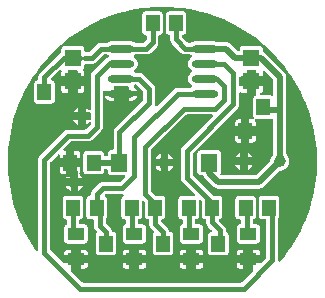
<source format=gtl>
G04 Layer: TopLayer*
G04 EasyEDA v6.5.34, 2023-09-24 11:42:33*
G04 85920c42d4f548bdae791b01a5babccf,ed70181f279245e6aff80281ee7dc86a,10*
G04 Gerber Generator version 0.2*
G04 Scale: 100 percent, Rotated: No, Reflected: No *
G04 Dimensions in millimeters *
G04 leading zeros omitted , absolute positions ,4 integer and 5 decimal *
%FSLAX45Y45*%
%MOMM*%

%AMMACRO1*21,1,$1,$2,0,0,$3*%
%ADD10C,0.4000*%
%ADD11C,0.5000*%
%ADD12MACRO1,1.377X1.1325X90.0000*%
%ADD13O,2.2500082X0.6299962*%
%ADD14MACRO1,1.35X1.41X0.0000*%
%ADD15R,1.3500X1.4100*%
%ADD16R,1.3970X1.0160*%
%ADD17R,1.4000X1.5000*%
%ADD18C,1.0000*%
%ADD19C,0.0143*%

%LPD*%
G36*
X4330446Y3974795D02*
G01*
X4326534Y3975557D01*
X4323232Y3977792D01*
X4226509Y4074566D01*
X4224375Y4077665D01*
X4223512Y4081322D01*
X4224070Y4085082D01*
X4225950Y4088333D01*
X4225950Y4141419D01*
X4163771Y4141419D01*
X4159910Y4142232D01*
X4156608Y4144416D01*
X4053992Y4247032D01*
X4051757Y4250334D01*
X4050995Y4254246D01*
X4050995Y4991354D01*
X4051757Y4995265D01*
X4053992Y4998567D01*
X4113529Y5058105D01*
X4116832Y5060289D01*
X4120692Y5061051D01*
X4124604Y5060289D01*
X4127906Y5058105D01*
X4130090Y5054803D01*
X4130852Y5050891D01*
X4130852Y5031892D01*
X4183329Y5031892D01*
X4183329Y5090464D01*
X4170426Y5090464D01*
X4166514Y5091226D01*
X4163212Y5093411D01*
X4161028Y5096713D01*
X4160265Y5100624D01*
X4161028Y5104485D01*
X4163212Y5107787D01*
X4221632Y5166207D01*
X4224934Y5168442D01*
X4228846Y5169204D01*
X4368596Y5169204D01*
X4373219Y5169408D01*
X4377588Y5169966D01*
X4381855Y5170932D01*
X4386072Y5172252D01*
X4390136Y5173929D01*
X4394047Y5175961D01*
X4397756Y5178348D01*
X4401261Y5181041D01*
X4404664Y5184140D01*
X4480560Y5260035D01*
X4483658Y5263438D01*
X4486351Y5266944D01*
X4488738Y5270652D01*
X4490770Y5274564D01*
X4492447Y5278628D01*
X4493768Y5282844D01*
X4494733Y5287111D01*
X4495292Y5291480D01*
X4495495Y5296103D01*
X4495495Y5542686D01*
X4496460Y5547055D01*
X4499203Y5550560D01*
X4503166Y5552541D01*
X4507636Y5552643D01*
X4511700Y5550865D01*
X4514596Y5547512D01*
X4517898Y5541416D01*
X4524197Y5533339D01*
X4531715Y5526379D01*
X4540300Y5520791D01*
X4549698Y5516676D01*
X4559604Y5514187D01*
X4570222Y5513273D01*
X4588205Y5513273D01*
X4588205Y5553202D01*
X4505655Y5553202D01*
X4501794Y5553964D01*
X4498492Y5556199D01*
X4496257Y5559450D01*
X4495495Y5563362D01*
X4495495Y5587238D01*
X4496257Y5591149D01*
X4498492Y5594400D01*
X4501794Y5596636D01*
X4505655Y5597398D01*
X4588205Y5597398D01*
X4588205Y5630113D01*
X4588967Y5634024D01*
X4591151Y5637326D01*
X4594453Y5639511D01*
X4598365Y5640273D01*
X4703216Y5640273D01*
X4707128Y5639511D01*
X4710430Y5637326D01*
X4712614Y5634024D01*
X4713376Y5630113D01*
X4713376Y5597398D01*
X4789525Y5597398D01*
X4788560Y5600192D01*
X4783683Y5609183D01*
X4777384Y5617260D01*
X4769866Y5624220D01*
X4760569Y5630367D01*
X4757724Y5633161D01*
X4756200Y5636869D01*
X4756200Y5640832D01*
X4757724Y5644540D01*
X4760569Y5647334D01*
X4764887Y5650128D01*
X4767529Y5651347D01*
X4770424Y5651804D01*
X4775454Y5651804D01*
X4779365Y5651042D01*
X4782667Y5648807D01*
X4836007Y5595467D01*
X4838242Y5592165D01*
X4839004Y5588254D01*
X4839004Y5524246D01*
X4838242Y5520334D01*
X4836007Y5517032D01*
X4600956Y5281980D01*
X4597857Y5278577D01*
X4595164Y5275072D01*
X4592777Y5271363D01*
X4590745Y5267452D01*
X4589068Y5263388D01*
X4587748Y5259171D01*
X4586782Y5254904D01*
X4586224Y5250535D01*
X4586020Y5245912D01*
X4586020Y5106771D01*
X4585258Y5102860D01*
X4583023Y5099558D01*
X4579721Y5097373D01*
X4575860Y5096611D01*
X4567021Y5096611D01*
X4560570Y5095951D01*
X4554829Y5094224D01*
X4549597Y5091430D01*
X4544974Y5087620D01*
X4541164Y5082997D01*
X4538370Y5077764D01*
X4536643Y5072024D01*
X4535982Y5065572D01*
X4535982Y5056784D01*
X4535220Y5052872D01*
X4533036Y5049570D01*
X4529734Y5047386D01*
X4525822Y5046624D01*
X4515307Y5046624D01*
X4511395Y5047386D01*
X4508093Y5049570D01*
X4505909Y5052872D01*
X4505147Y5056784D01*
X4505147Y5059426D01*
X4504486Y5065877D01*
X4502759Y5071618D01*
X4499965Y5076850D01*
X4496155Y5081473D01*
X4491532Y5085283D01*
X4486300Y5088077D01*
X4480560Y5089804D01*
X4474108Y5090464D01*
X4361891Y5090464D01*
X4355439Y5089804D01*
X4349699Y5088077D01*
X4344466Y5085283D01*
X4339844Y5081473D01*
X4336034Y5076850D01*
X4333240Y5071618D01*
X4331512Y5065877D01*
X4330852Y5059426D01*
X4330852Y4922723D01*
X4331512Y4916322D01*
X4333240Y4910582D01*
X4336034Y4905349D01*
X4339844Y4900726D01*
X4344466Y4896916D01*
X4349699Y4894122D01*
X4355439Y4892395D01*
X4361891Y4891735D01*
X4474108Y4891735D01*
X4480560Y4892395D01*
X4486300Y4894122D01*
X4491532Y4896916D01*
X4496155Y4900726D01*
X4499965Y4905349D01*
X4502759Y4910582D01*
X4504486Y4916322D01*
X4505147Y4922723D01*
X4505147Y4925415D01*
X4505909Y4929327D01*
X4508093Y4932629D01*
X4511395Y4934813D01*
X4515307Y4935575D01*
X4525822Y4935575D01*
X4529734Y4934813D01*
X4533036Y4932629D01*
X4535220Y4929327D01*
X4535982Y4925415D01*
X4535982Y4916576D01*
X4536643Y4910175D01*
X4538370Y4904435D01*
X4541164Y4899152D01*
X4544974Y4894580D01*
X4549597Y4890770D01*
X4554829Y4887976D01*
X4560570Y4886198D01*
X4567021Y4885588D01*
X4675327Y4885588D01*
X4679238Y4884826D01*
X4682490Y4882591D01*
X4684725Y4879340D01*
X4685487Y4875428D01*
X4684725Y4871516D01*
X4682490Y4868265D01*
X4642967Y4828692D01*
X4639665Y4826457D01*
X4635754Y4825695D01*
X4496003Y4825695D01*
X4491380Y4825492D01*
X4487011Y4824933D01*
X4482744Y4823968D01*
X4478528Y4822647D01*
X4474464Y4820970D01*
X4470552Y4818938D01*
X4466844Y4816551D01*
X4463338Y4813858D01*
X4459935Y4810760D01*
X4407916Y4758740D01*
X4404817Y4755337D01*
X4402124Y4751832D01*
X4399737Y4748123D01*
X4397705Y4744212D01*
X4396028Y4740148D01*
X4394708Y4735931D01*
X4393742Y4731664D01*
X4393184Y4727346D01*
X4392980Y4718964D01*
X4392218Y4715408D01*
X4390237Y4712309D01*
X4387342Y4710125D01*
X4383786Y4709109D01*
X4380839Y4708804D01*
X4375099Y4707077D01*
X4369866Y4704283D01*
X4365244Y4700473D01*
X4361434Y4695850D01*
X4358640Y4690618D01*
X4356912Y4684877D01*
X4356252Y4678426D01*
X4356252Y4541723D01*
X4356912Y4535322D01*
X4358640Y4529582D01*
X4361434Y4524349D01*
X4365244Y4519726D01*
X4369866Y4515916D01*
X4375099Y4513122D01*
X4380839Y4511395D01*
X4387291Y4510735D01*
X4409744Y4510735D01*
X4413605Y4509973D01*
X4416907Y4507788D01*
X4419142Y4504486D01*
X4419904Y4500575D01*
X4419904Y4457903D01*
X4420108Y4453280D01*
X4420666Y4448911D01*
X4421632Y4444644D01*
X4422952Y4440428D01*
X4424629Y4436364D01*
X4426661Y4432452D01*
X4429048Y4428744D01*
X4431741Y4425238D01*
X4434840Y4421835D01*
X4444949Y4411726D01*
X4447286Y4408170D01*
X4447946Y4404004D01*
X4446879Y4399940D01*
X4444238Y4396689D01*
X4443018Y4395673D01*
X4439259Y4391050D01*
X4436414Y4385818D01*
X4434687Y4380077D01*
X4434078Y4373626D01*
X4434078Y4236923D01*
X4434687Y4230522D01*
X4436414Y4224782D01*
X4439259Y4219549D01*
X4443018Y4214926D01*
X4447641Y4211116D01*
X4452924Y4208322D01*
X4458614Y4206595D01*
X4465066Y4205935D01*
X4577334Y4205935D01*
X4583785Y4206595D01*
X4589475Y4208322D01*
X4594758Y4211116D01*
X4599381Y4214926D01*
X4603140Y4219549D01*
X4605985Y4224782D01*
X4607712Y4230522D01*
X4608322Y4236923D01*
X4608322Y4373626D01*
X4607712Y4380077D01*
X4605985Y4385818D01*
X4603140Y4391050D01*
X4599381Y4395673D01*
X4594758Y4399483D01*
X4589475Y4402277D01*
X4583785Y4404004D01*
X4580229Y4404360D01*
X4576876Y4405325D01*
X4574032Y4407306D01*
X4572050Y4410151D01*
X4571136Y4413504D01*
X4569968Y4419955D01*
X4568647Y4424172D01*
X4566970Y4428236D01*
X4564938Y4432147D01*
X4562551Y4435856D01*
X4559858Y4439361D01*
X4556760Y4442764D01*
X4523892Y4475632D01*
X4521657Y4478934D01*
X4520895Y4482846D01*
X4520895Y4515256D01*
X4521504Y4518710D01*
X4523232Y4521708D01*
X4525365Y4524349D01*
X4528159Y4529582D01*
X4529886Y4535322D01*
X4530547Y4541723D01*
X4530547Y4678426D01*
X4529886Y4684877D01*
X4528159Y4690618D01*
X4525365Y4695850D01*
X4521555Y4700473D01*
X4516932Y4704283D01*
X4512665Y4707382D01*
X4510786Y4710633D01*
X4510227Y4714392D01*
X4511040Y4718050D01*
X4513732Y4721707D01*
X4517034Y4723942D01*
X4520946Y4724704D01*
X4662525Y4724755D01*
X4666335Y4724196D01*
X4669688Y4722215D01*
X4672076Y4719116D01*
X4673092Y4715357D01*
X4672634Y4711496D01*
X4670755Y4708093D01*
X4667758Y4705654D01*
X4665167Y4704283D01*
X4660544Y4700473D01*
X4656734Y4695850D01*
X4653940Y4690618D01*
X4652213Y4684877D01*
X4651552Y4678426D01*
X4651552Y4541723D01*
X4652213Y4535322D01*
X4653940Y4529582D01*
X4656734Y4524349D01*
X4660544Y4519726D01*
X4665167Y4515916D01*
X4670399Y4513122D01*
X4676140Y4511395D01*
X4679035Y4511090D01*
X4682591Y4510074D01*
X4685538Y4507788D01*
X4687519Y4504639D01*
X4688179Y4500981D01*
X4688179Y4475226D01*
X4687316Y4471009D01*
X4684776Y4467606D01*
X4675733Y4462678D01*
X4671161Y4458868D01*
X4667351Y4454296D01*
X4664557Y4449013D01*
X4662779Y4443272D01*
X4662170Y4436872D01*
X4662170Y4336237D01*
X4662779Y4329836D01*
X4664557Y4324096D01*
X4667351Y4318812D01*
X4671161Y4314240D01*
X4675733Y4310430D01*
X4681016Y4307636D01*
X4686757Y4305858D01*
X4693158Y4305249D01*
X4831892Y4305249D01*
X4838293Y4305858D01*
X4844034Y4307636D01*
X4849317Y4310430D01*
X4853889Y4314240D01*
X4857699Y4318812D01*
X4860493Y4324096D01*
X4862271Y4329836D01*
X4862880Y4336237D01*
X4862880Y4436872D01*
X4862271Y4443272D01*
X4860493Y4449013D01*
X4857699Y4454296D01*
X4853889Y4458868D01*
X4849317Y4462678D01*
X4844034Y4465472D01*
X4838293Y4467250D01*
X4831892Y4467860D01*
X4799380Y4467860D01*
X4795469Y4468622D01*
X4792167Y4470857D01*
X4789982Y4474159D01*
X4789220Y4478020D01*
X4789220Y4500981D01*
X4789881Y4504639D01*
X4791862Y4507788D01*
X4794808Y4510074D01*
X4798364Y4511090D01*
X4801260Y4511395D01*
X4807000Y4513122D01*
X4812233Y4515916D01*
X4816856Y4519726D01*
X4820666Y4524349D01*
X4823460Y4529582D01*
X4825187Y4535322D01*
X4825847Y4541723D01*
X4825847Y4653991D01*
X4826609Y4657902D01*
X4828794Y4661204D01*
X4832096Y4663389D01*
X4836007Y4664151D01*
X4839868Y4663389D01*
X4843170Y4661204D01*
X4848606Y4655769D01*
X4850790Y4652467D01*
X4851552Y4648606D01*
X4851552Y4541723D01*
X4852212Y4535322D01*
X4853940Y4529582D01*
X4856734Y4524349D01*
X4860544Y4519726D01*
X4865166Y4515916D01*
X4870399Y4513122D01*
X4876139Y4511395D01*
X4879086Y4511090D01*
X4882692Y4510024D01*
X4885639Y4507788D01*
X4887569Y4504639D01*
X4888280Y4500981D01*
X4888280Y4472127D01*
X4888484Y4467504D01*
X4889042Y4463135D01*
X4890008Y4458868D01*
X4891328Y4454652D01*
X4893005Y4450588D01*
X4895037Y4446676D01*
X4897424Y4442968D01*
X4900117Y4439462D01*
X4903216Y4436059D01*
X4927549Y4411726D01*
X4929886Y4408170D01*
X4930546Y4404004D01*
X4929479Y4399940D01*
X4926838Y4396689D01*
X4925618Y4395673D01*
X4921859Y4391050D01*
X4919014Y4385818D01*
X4917287Y4380077D01*
X4916678Y4373626D01*
X4916678Y4236923D01*
X4917287Y4230522D01*
X4919014Y4224782D01*
X4921859Y4219549D01*
X4925618Y4214926D01*
X4930241Y4211116D01*
X4935524Y4208322D01*
X4941214Y4206595D01*
X4947666Y4205935D01*
X5059934Y4205935D01*
X5066385Y4206595D01*
X5072075Y4208322D01*
X5077358Y4211116D01*
X5081981Y4214926D01*
X5085740Y4219549D01*
X5088585Y4224782D01*
X5090312Y4230522D01*
X5090922Y4236923D01*
X5090922Y4373626D01*
X5090312Y4380077D01*
X5088585Y4385818D01*
X5085740Y4391050D01*
X5081981Y4395673D01*
X5077358Y4399483D01*
X5072075Y4402277D01*
X5066385Y4404004D01*
X5062829Y4404360D01*
X5059476Y4405325D01*
X5056632Y4407306D01*
X5054650Y4410151D01*
X5053736Y4413504D01*
X5052568Y4419955D01*
X5051247Y4424172D01*
X5049570Y4428236D01*
X5047538Y4432147D01*
X5045151Y4435856D01*
X5042458Y4439361D01*
X5039360Y4442764D01*
X4992268Y4489856D01*
X4990033Y4493158D01*
X4989271Y4497070D01*
X4989271Y4500981D01*
X4989982Y4504639D01*
X4991912Y4507788D01*
X4994859Y4510074D01*
X4998466Y4511090D01*
X5001260Y4511395D01*
X5007000Y4513122D01*
X5012232Y4515916D01*
X5016855Y4519726D01*
X5020665Y4524349D01*
X5023459Y4529582D01*
X5025186Y4535322D01*
X5025847Y4541723D01*
X5025847Y4678426D01*
X5025186Y4684877D01*
X5023459Y4690618D01*
X5020665Y4695850D01*
X5016855Y4700473D01*
X5012232Y4704283D01*
X5007000Y4707077D01*
X5001260Y4708804D01*
X4994808Y4709464D01*
X4941976Y4709464D01*
X4938115Y4710226D01*
X4934813Y4712411D01*
X4904892Y4742332D01*
X4902657Y4745634D01*
X4901895Y4749546D01*
X4901895Y5097526D01*
X4902708Y5101437D01*
X4904943Y5104790D01*
X5199329Y5394858D01*
X5202631Y5397042D01*
X5206492Y5397804D01*
X5416143Y5397804D01*
X5420004Y5397042D01*
X5423306Y5394807D01*
X5425541Y5391505D01*
X5426303Y5387644D01*
X5425541Y5383733D01*
X5423306Y5380431D01*
X5171440Y5128564D01*
X5168341Y5125161D01*
X5165648Y5121656D01*
X5163261Y5117947D01*
X5161229Y5114036D01*
X5159552Y5109972D01*
X5158232Y5105755D01*
X5157266Y5101488D01*
X5156708Y5097119D01*
X5156504Y5092496D01*
X5156504Y4864303D01*
X5156708Y4859680D01*
X5157266Y4855311D01*
X5158232Y4851044D01*
X5159552Y4846828D01*
X5161229Y4842764D01*
X5163261Y4838852D01*
X5165648Y4835144D01*
X5168341Y4831638D01*
X5171440Y4828235D01*
X5272887Y4726787D01*
X5275072Y4723485D01*
X5275834Y4719624D01*
X5275072Y4715713D01*
X5272887Y4712411D01*
X5269585Y4710226D01*
X5265674Y4709464D01*
X5165191Y4709464D01*
X5158740Y4708804D01*
X5152999Y4707077D01*
X5147767Y4704283D01*
X5143144Y4700473D01*
X5139334Y4695850D01*
X5136540Y4690618D01*
X5134813Y4684877D01*
X5134152Y4678426D01*
X5134152Y4541723D01*
X5134813Y4535322D01*
X5136540Y4529582D01*
X5139334Y4524349D01*
X5143144Y4519726D01*
X5147767Y4515916D01*
X5152999Y4513122D01*
X5158740Y4511395D01*
X5161635Y4511090D01*
X5165191Y4510074D01*
X5168138Y4507788D01*
X5170119Y4504639D01*
X5170779Y4500981D01*
X5170779Y4475226D01*
X5169916Y4471009D01*
X5167376Y4467606D01*
X5158333Y4462678D01*
X5153761Y4458868D01*
X5149951Y4454296D01*
X5147157Y4449013D01*
X5145379Y4443272D01*
X5144770Y4436872D01*
X5144770Y4336237D01*
X5145379Y4329836D01*
X5147157Y4324096D01*
X5149951Y4318812D01*
X5153761Y4314240D01*
X5158333Y4310430D01*
X5163616Y4307636D01*
X5169357Y4305858D01*
X5175758Y4305249D01*
X5314492Y4305249D01*
X5320893Y4305858D01*
X5326634Y4307636D01*
X5331917Y4310430D01*
X5336489Y4314240D01*
X5340299Y4318812D01*
X5343093Y4324096D01*
X5344871Y4329836D01*
X5345480Y4336237D01*
X5345480Y4436872D01*
X5344871Y4443272D01*
X5343093Y4449013D01*
X5340299Y4454296D01*
X5336489Y4458868D01*
X5331917Y4462678D01*
X5326634Y4465472D01*
X5320893Y4467250D01*
X5314492Y4467860D01*
X5281980Y4467860D01*
X5278069Y4468622D01*
X5274767Y4470857D01*
X5272582Y4474159D01*
X5271820Y4478020D01*
X5271820Y4500981D01*
X5272481Y4504639D01*
X5274462Y4507788D01*
X5277408Y4510074D01*
X5280964Y4511090D01*
X5283860Y4511395D01*
X5289600Y4513122D01*
X5294833Y4515916D01*
X5299456Y4519726D01*
X5303266Y4524349D01*
X5306060Y4529582D01*
X5307787Y4535322D01*
X5308447Y4541723D01*
X5308447Y4666691D01*
X5309209Y4670602D01*
X5311394Y4673904D01*
X5314696Y4676089D01*
X5318607Y4676851D01*
X5322468Y4676089D01*
X5325770Y4673904D01*
X5331206Y4668469D01*
X5333390Y4665167D01*
X5334152Y4661306D01*
X5334152Y4541723D01*
X5334812Y4535322D01*
X5336540Y4529582D01*
X5339334Y4524349D01*
X5343144Y4519726D01*
X5347766Y4515916D01*
X5352999Y4513122D01*
X5358739Y4511395D01*
X5361686Y4511090D01*
X5365292Y4510024D01*
X5368239Y4507788D01*
X5370169Y4504639D01*
X5370880Y4500981D01*
X5370880Y4484827D01*
X5371084Y4480204D01*
X5371642Y4475835D01*
X5372608Y4471568D01*
X5373928Y4467352D01*
X5375605Y4463288D01*
X5377637Y4459376D01*
X5380024Y4455668D01*
X5382717Y4452162D01*
X5385816Y4448759D01*
X5414060Y4420514D01*
X5416296Y4417060D01*
X5417007Y4412945D01*
X5415991Y4408932D01*
X5413451Y4405630D01*
X5409793Y4403598D01*
X5405424Y4402277D01*
X5400141Y4399483D01*
X5395518Y4395673D01*
X5391759Y4391050D01*
X5388914Y4385818D01*
X5387187Y4380077D01*
X5386578Y4373626D01*
X5386578Y4236923D01*
X5387187Y4230522D01*
X5388914Y4224782D01*
X5391759Y4219549D01*
X5395518Y4214926D01*
X5400141Y4211116D01*
X5405424Y4208322D01*
X5411114Y4206595D01*
X5417566Y4205935D01*
X5529834Y4205935D01*
X5536285Y4206595D01*
X5541975Y4208322D01*
X5547258Y4211116D01*
X5551881Y4214926D01*
X5555640Y4219549D01*
X5558485Y4224782D01*
X5560212Y4230522D01*
X5560822Y4236923D01*
X5560822Y4373626D01*
X5560212Y4380077D01*
X5558485Y4385818D01*
X5555640Y4391050D01*
X5551881Y4395673D01*
X5547258Y4399483D01*
X5542280Y4402124D01*
X5539435Y4404410D01*
X5537555Y4407509D01*
X5536895Y4411116D01*
X5536895Y4419396D01*
X5536692Y4424019D01*
X5536133Y4428388D01*
X5535168Y4432655D01*
X5533847Y4436872D01*
X5532170Y4440936D01*
X5530138Y4444847D01*
X5527751Y4448556D01*
X5525058Y4452061D01*
X5521960Y4455464D01*
X5482183Y4495241D01*
X5479897Y4498746D01*
X5479237Y4502810D01*
X5480253Y4506874D01*
X5482793Y4510176D01*
X5486400Y4512157D01*
X5489600Y4513122D01*
X5494832Y4515916D01*
X5499455Y4519726D01*
X5503265Y4524349D01*
X5506059Y4529582D01*
X5507786Y4535322D01*
X5508447Y4541723D01*
X5508447Y4678426D01*
X5507786Y4684877D01*
X5506059Y4690618D01*
X5503265Y4695850D01*
X5499455Y4700473D01*
X5494832Y4704283D01*
X5489600Y4707077D01*
X5483860Y4708804D01*
X5477408Y4709464D01*
X5437276Y4709464D01*
X5433415Y4710226D01*
X5430113Y4712411D01*
X5260492Y4882032D01*
X5258257Y4885334D01*
X5257495Y4889246D01*
X5257495Y5067554D01*
X5258257Y5071465D01*
X5260492Y5074767D01*
X5636260Y5450535D01*
X5639358Y5453938D01*
X5642051Y5457444D01*
X5644438Y5461152D01*
X5646470Y5465064D01*
X5648147Y5469128D01*
X5649468Y5473344D01*
X5650433Y5477611D01*
X5650992Y5481980D01*
X5651195Y5486603D01*
X5651195Y5575503D01*
X5651906Y5579262D01*
X5653938Y5582462D01*
X5657037Y5584698D01*
X5660694Y5585663D01*
X5664454Y5585206D01*
X5668670Y5582666D01*
X5673953Y5579872D01*
X5679643Y5578144D01*
X5686094Y5577484D01*
X5713018Y5577484D01*
X5713018Y5636920D01*
X5661355Y5636920D01*
X5657494Y5637682D01*
X5654192Y5639866D01*
X5651957Y5643168D01*
X5651195Y5647080D01*
X5651195Y5709920D01*
X5651957Y5713831D01*
X5654192Y5717133D01*
X5657494Y5719318D01*
X5661355Y5720080D01*
X5713018Y5720080D01*
X5713018Y5767324D01*
X5713780Y5771235D01*
X5715965Y5774537D01*
X5719267Y5776722D01*
X5723178Y5777484D01*
X5783021Y5777484D01*
X5786932Y5776722D01*
X5790234Y5774537D01*
X5792419Y5771235D01*
X5793181Y5767324D01*
X5793181Y5720080D01*
X5851093Y5720080D01*
X5851093Y5748477D01*
X5850483Y5754928D01*
X5850890Y5759043D01*
X5852922Y5762650D01*
X5856224Y5765139D01*
X5860237Y5766104D01*
X5864301Y5765393D01*
X5867755Y5763107D01*
X5935929Y5694984D01*
X5938113Y5691682D01*
X5938875Y5687822D01*
X5938875Y5566460D01*
X5938062Y5562346D01*
X5935624Y5558993D01*
X5932068Y5556859D01*
X5927953Y5556300D01*
X5917285Y5559704D01*
X5910834Y5560364D01*
X5836361Y5560364D01*
X5831992Y5561330D01*
X5828487Y5564073D01*
X5826506Y5568035D01*
X5826353Y5572506D01*
X5828182Y5576570D01*
X5831535Y5579465D01*
X5837529Y5582666D01*
X5842152Y5586476D01*
X5845911Y5591098D01*
X5848756Y5596331D01*
X5850483Y5602071D01*
X5851093Y5608472D01*
X5851093Y5636920D01*
X5793181Y5636920D01*
X5793181Y5567578D01*
X5792520Y5563971D01*
X5790641Y5560822D01*
X5787694Y5558586D01*
X5781090Y5555132D01*
X5776518Y5551373D01*
X5772759Y5546750D01*
X5769914Y5541518D01*
X5768187Y5535777D01*
X5767578Y5529326D01*
X5767578Y5392623D01*
X5768187Y5386222D01*
X5769914Y5380482D01*
X5772759Y5375249D01*
X5774588Y5373014D01*
X5776468Y5369509D01*
X5776823Y5365546D01*
X5775706Y5361736D01*
X5773166Y5358688D01*
X5769660Y5356809D01*
X5765749Y5356453D01*
X5758434Y5357164D01*
X5736945Y5357164D01*
X5736945Y5298592D01*
X5789422Y5298592D01*
X5789422Y5326126D01*
X5788812Y5332577D01*
X5787085Y5338318D01*
X5784240Y5343550D01*
X5782411Y5345785D01*
X5780532Y5349290D01*
X5780176Y5353253D01*
X5781344Y5357063D01*
X5783834Y5360111D01*
X5787339Y5361990D01*
X5791250Y5362346D01*
X5798566Y5361635D01*
X5910834Y5361635D01*
X5917285Y5362295D01*
X5927953Y5365699D01*
X5932068Y5365140D01*
X5935624Y5363006D01*
X5938062Y5359654D01*
X5938875Y5355539D01*
X5938875Y5066233D01*
X5938062Y5062169D01*
X5935421Y5058562D01*
X5927902Y5049113D01*
X5921908Y5038699D01*
X5917488Y5027523D01*
X5914796Y5015788D01*
X5914034Y5005425D01*
X5913120Y5001920D01*
X5911088Y4998974D01*
X5796584Y4884470D01*
X5793282Y4882286D01*
X5789422Y4881524D01*
X5500878Y4881524D01*
X5497017Y4882286D01*
X5492546Y4885639D01*
X5490464Y4888687D01*
X5489600Y4892243D01*
X5490057Y4895900D01*
X5494629Y4904435D01*
X5496356Y4910175D01*
X5497017Y4916576D01*
X5497017Y5065572D01*
X5496356Y5072024D01*
X5494629Y5077764D01*
X5491835Y5082997D01*
X5488025Y5087620D01*
X5483402Y5091430D01*
X5478170Y5094224D01*
X5472430Y5095951D01*
X5465978Y5096611D01*
X5326989Y5096611D01*
X5320538Y5095951D01*
X5314848Y5094224D01*
X5309565Y5091430D01*
X5304942Y5087620D01*
X5301183Y5082997D01*
X5298338Y5077764D01*
X5296611Y5072024D01*
X5296001Y5065572D01*
X5296001Y4916576D01*
X5296611Y4910175D01*
X5298338Y4904435D01*
X5301183Y4899152D01*
X5304942Y4894580D01*
X5309565Y4890770D01*
X5314848Y4887976D01*
X5320538Y4886198D01*
X5326989Y4885588D01*
X5336997Y4885588D01*
X5340604Y4884928D01*
X5343753Y4882997D01*
X5345988Y4880102D01*
X5348427Y4875479D01*
X5351018Y4871364D01*
X5353964Y4867554D01*
X5357368Y4863795D01*
X5434279Y4786884D01*
X5438038Y4783480D01*
X5441848Y4780534D01*
X5445963Y4777943D01*
X5450230Y4775708D01*
X5454700Y4773828D01*
X5459323Y4772406D01*
X5464048Y4771339D01*
X5468874Y4770729D01*
X5473903Y4770475D01*
X5816396Y4770475D01*
X5821426Y4770729D01*
X5826252Y4771339D01*
X5830976Y4772406D01*
X5835599Y4773828D01*
X5840069Y4775708D01*
X5844336Y4777943D01*
X5848451Y4780534D01*
X5852261Y4783480D01*
X5856020Y4786884D01*
X5989675Y4920589D01*
X5992977Y4922774D01*
X5996838Y4923536D01*
X6000394Y4923536D01*
X6012332Y4925314D01*
X6023813Y4928870D01*
X6034633Y4934102D01*
X6044590Y4940858D01*
X6053378Y4949037D01*
X6060897Y4958486D01*
X6066891Y4968900D01*
X6071311Y4980076D01*
X6074003Y4991811D01*
X6074867Y5003800D01*
X6074003Y5015788D01*
X6071311Y5027523D01*
X6066891Y5038699D01*
X6060897Y5049113D01*
X6053175Y5058765D01*
X6050737Y5062169D01*
X6049924Y5066233D01*
X6049924Y5714796D01*
X6049670Y5719826D01*
X6049060Y5724652D01*
X6047994Y5729376D01*
X6046571Y5733999D01*
X6044692Y5738469D01*
X6042456Y5742736D01*
X6039866Y5746851D01*
X6036919Y5750661D01*
X6033516Y5754420D01*
X5870295Y5917590D01*
X5866587Y5920994D01*
X5862726Y5923940D01*
X5856986Y5927293D01*
X5853887Y5929528D01*
X5851804Y5932779D01*
X5851093Y5936538D01*
X5851093Y5948527D01*
X5850483Y5954928D01*
X5848756Y5960668D01*
X5845911Y5965901D01*
X5842152Y5970524D01*
X5837529Y5974334D01*
X5832246Y5977128D01*
X5826556Y5978855D01*
X5820105Y5979515D01*
X5686094Y5979515D01*
X5679643Y5978855D01*
X5673953Y5977128D01*
X5668670Y5974334D01*
X5664047Y5970524D01*
X5660288Y5965901D01*
X5657443Y5960668D01*
X5655716Y5954928D01*
X5655106Y5948527D01*
X5655106Y5944260D01*
X5654294Y5940348D01*
X5652109Y5937046D01*
X5648807Y5934862D01*
X5644946Y5934100D01*
X5642102Y5934100D01*
X5638241Y5934862D01*
X5634939Y5937046D01*
X5576620Y5995416D01*
X5572861Y5998819D01*
X5569051Y6001766D01*
X5564936Y6004356D01*
X5560669Y6006592D01*
X5556199Y6008471D01*
X5551576Y6009894D01*
X5546852Y6010960D01*
X5542026Y6011570D01*
X5536996Y6011824D01*
X5467146Y6011824D01*
X5463032Y6012688D01*
X5457901Y6014923D01*
X5447995Y6017412D01*
X5437378Y6018326D01*
X5276240Y6018326D01*
X5265623Y6017412D01*
X5255666Y6014923D01*
X5246319Y6010808D01*
X5242712Y6008471D01*
X5240070Y6007252D01*
X5237175Y6006795D01*
X5219446Y6006795D01*
X5215534Y6007557D01*
X5212232Y6009792D01*
X5169966Y6052058D01*
X5167782Y6055360D01*
X5167020Y6059220D01*
X5167020Y6063081D01*
X5167680Y6066739D01*
X5169662Y6069888D01*
X5172608Y6072174D01*
X5176164Y6073190D01*
X5179060Y6073495D01*
X5184800Y6075222D01*
X5190032Y6078016D01*
X5194655Y6081826D01*
X5198465Y6086449D01*
X5201259Y6091682D01*
X5202986Y6097422D01*
X5203647Y6103823D01*
X5203647Y6240526D01*
X5202986Y6246977D01*
X5201259Y6252718D01*
X5198465Y6257950D01*
X5194655Y6262573D01*
X5190032Y6266383D01*
X5184800Y6269177D01*
X5179060Y6270904D01*
X5172608Y6271564D01*
X5060391Y6271564D01*
X5053939Y6270904D01*
X5048199Y6269177D01*
X5042966Y6266383D01*
X5038344Y6262573D01*
X5034534Y6257950D01*
X5031740Y6252718D01*
X5030012Y6246977D01*
X5029352Y6240526D01*
X5029352Y6103823D01*
X5030012Y6097422D01*
X5031740Y6091682D01*
X5034534Y6086449D01*
X5038344Y6081826D01*
X5042966Y6078016D01*
X5048199Y6075222D01*
X5053939Y6073495D01*
X5056835Y6073190D01*
X5060391Y6072174D01*
X5063337Y6069888D01*
X5065318Y6066739D01*
X5065979Y6063081D01*
X5065979Y6034328D01*
X5066182Y6029706D01*
X5066792Y6025337D01*
X5067706Y6021019D01*
X5069027Y6016853D01*
X5070754Y6012738D01*
X5072786Y6008827D01*
X5075123Y6005118D01*
X5077815Y6001664D01*
X5080965Y5998210D01*
X5158435Y5920740D01*
X5161838Y5917641D01*
X5165344Y5914948D01*
X5169052Y5912561D01*
X5172964Y5910529D01*
X5177028Y5908852D01*
X5181244Y5907532D01*
X5185511Y5906566D01*
X5189880Y5906008D01*
X5194503Y5905804D01*
X5237175Y5905804D01*
X5240121Y5905347D01*
X5242814Y5904077D01*
X5247081Y5901232D01*
X5249926Y5898388D01*
X5251399Y5894730D01*
X5251399Y5890717D01*
X5249875Y5887059D01*
X5247030Y5884265D01*
X5237734Y5878220D01*
X5230215Y5871260D01*
X5223916Y5863183D01*
X5219039Y5854192D01*
X5215737Y5844489D01*
X5214061Y5834430D01*
X5214061Y5824169D01*
X5215737Y5814110D01*
X5219039Y5804408D01*
X5223916Y5795416D01*
X5230215Y5787339D01*
X5237734Y5780379D01*
X5247030Y5774232D01*
X5249875Y5771438D01*
X5251399Y5767730D01*
X5251399Y5763768D01*
X5249875Y5760059D01*
X5247030Y5757265D01*
X5237734Y5751220D01*
X5230215Y5744260D01*
X5223916Y5736183D01*
X5219039Y5727192D01*
X5215737Y5717489D01*
X5214061Y5707430D01*
X5214061Y5697169D01*
X5215737Y5687110D01*
X5219039Y5677408D01*
X5223916Y5668416D01*
X5230215Y5660339D01*
X5237734Y5653379D01*
X5247030Y5647232D01*
X5249875Y5644438D01*
X5251399Y5640730D01*
X5251399Y5636768D01*
X5249875Y5633059D01*
X5247030Y5630265D01*
X5242712Y5627471D01*
X5240070Y5626252D01*
X5237175Y5625795D01*
X5131003Y5625795D01*
X5126380Y5625592D01*
X5122011Y5625033D01*
X5117744Y5624068D01*
X5113528Y5622747D01*
X5109464Y5621070D01*
X5105552Y5619038D01*
X5101844Y5616651D01*
X5098338Y5613958D01*
X5094935Y5610860D01*
X4952593Y5468518D01*
X4949291Y5466334D01*
X4945430Y5465572D01*
X4941519Y5466334D01*
X4938217Y5468518D01*
X4936032Y5471820D01*
X4935270Y5475732D01*
X4936032Y5479592D01*
X4938268Y5486044D01*
X4939233Y5490311D01*
X4939792Y5494680D01*
X4939995Y5499303D01*
X4939995Y5613196D01*
X4939792Y5617819D01*
X4939233Y5622188D01*
X4938268Y5626455D01*
X4936947Y5630672D01*
X4935270Y5634736D01*
X4933238Y5638647D01*
X4930851Y5642356D01*
X4928158Y5645861D01*
X4925060Y5649264D01*
X4836464Y5737860D01*
X4833061Y5740958D01*
X4829556Y5743651D01*
X4825847Y5746038D01*
X4821936Y5748070D01*
X4817872Y5749747D01*
X4813655Y5751068D01*
X4809388Y5752033D01*
X4805019Y5752592D01*
X4800396Y5752795D01*
X4770424Y5752795D01*
X4767478Y5753252D01*
X4764786Y5754522D01*
X4760518Y5757367D01*
X4757674Y5760212D01*
X4756200Y5763869D01*
X4756200Y5767882D01*
X4757724Y5771540D01*
X4760569Y5774334D01*
X4769866Y5780379D01*
X4777384Y5787339D01*
X4783683Y5795416D01*
X4788560Y5804408D01*
X4791862Y5814110D01*
X4793538Y5824169D01*
X4793538Y5834430D01*
X4791862Y5844489D01*
X4788560Y5854192D01*
X4783683Y5863183D01*
X4777384Y5871260D01*
X4769866Y5878220D01*
X4760569Y5884367D01*
X4757724Y5887161D01*
X4756200Y5890869D01*
X4756200Y5894832D01*
X4757724Y5898540D01*
X4760569Y5901334D01*
X4764887Y5904128D01*
X4767529Y5905347D01*
X4770424Y5905804D01*
X4863896Y5905804D01*
X4868519Y5906008D01*
X4872888Y5906566D01*
X4877155Y5907532D01*
X4881372Y5908852D01*
X4885436Y5910529D01*
X4889347Y5912561D01*
X4893056Y5914948D01*
X4896561Y5917641D01*
X4899964Y5920740D01*
X4951984Y5972759D01*
X4955082Y5976162D01*
X4957775Y5979668D01*
X4960162Y5983376D01*
X4962194Y5987288D01*
X4963871Y5991352D01*
X4965192Y5995568D01*
X4966157Y5999835D01*
X4966716Y6004204D01*
X4966919Y6008827D01*
X4966919Y6063081D01*
X4967630Y6066739D01*
X4969560Y6069888D01*
X4972507Y6072124D01*
X4976114Y6073190D01*
X4979060Y6073495D01*
X4984800Y6075222D01*
X4990033Y6078016D01*
X4994656Y6081826D01*
X4998466Y6086449D01*
X5001260Y6091682D01*
X5002987Y6097422D01*
X5003647Y6103823D01*
X5003647Y6240526D01*
X5002987Y6246977D01*
X5001260Y6252718D01*
X4998466Y6257950D01*
X4994656Y6262573D01*
X4990033Y6266383D01*
X4984800Y6269177D01*
X4979060Y6270904D01*
X4972608Y6271564D01*
X4860391Y6271564D01*
X4853940Y6270904D01*
X4848199Y6269177D01*
X4842967Y6266383D01*
X4838344Y6262573D01*
X4834534Y6257950D01*
X4831740Y6252718D01*
X4830013Y6246977D01*
X4829352Y6240526D01*
X4829352Y6103823D01*
X4830013Y6097422D01*
X4831740Y6091682D01*
X4834534Y6086449D01*
X4838344Y6081826D01*
X4842967Y6078016D01*
X4848199Y6075222D01*
X4853940Y6073495D01*
X4856734Y6073190D01*
X4860340Y6072174D01*
X4863287Y6069888D01*
X4865217Y6066739D01*
X4865928Y6063081D01*
X4865928Y6033770D01*
X4865166Y6029858D01*
X4862931Y6026556D01*
X4846167Y6009792D01*
X4842865Y6007557D01*
X4838954Y6006795D01*
X4770424Y6006795D01*
X4767529Y6007252D01*
X4764887Y6008471D01*
X4761280Y6010808D01*
X4751933Y6014923D01*
X4741976Y6017412D01*
X4731359Y6018326D01*
X4570222Y6018326D01*
X4559604Y6017412D01*
X4549698Y6014923D01*
X4540300Y6010808D01*
X4536744Y6008471D01*
X4534052Y6007252D01*
X4531156Y6006795D01*
X4483303Y6006795D01*
X4478680Y6006592D01*
X4474311Y6006033D01*
X4470044Y6005068D01*
X4465828Y6003747D01*
X4461764Y6002070D01*
X4457852Y6000038D01*
X4454144Y5997651D01*
X4450638Y5994958D01*
X4447235Y5991860D01*
X4387342Y5931966D01*
X4384040Y5929782D01*
X4380179Y5929020D01*
X4349953Y5929020D01*
X4346092Y5929782D01*
X4342790Y5931966D01*
X4340606Y5935268D01*
X4339793Y5939180D01*
X4339793Y5948527D01*
X4339183Y5954928D01*
X4337456Y5960668D01*
X4334611Y5965901D01*
X4330852Y5970524D01*
X4326229Y5974334D01*
X4320946Y5977128D01*
X4315256Y5978855D01*
X4308805Y5979515D01*
X4174794Y5979515D01*
X4168343Y5978855D01*
X4162653Y5977128D01*
X4157370Y5974334D01*
X4152747Y5970524D01*
X4148988Y5965901D01*
X4146143Y5960668D01*
X4144416Y5954928D01*
X4143806Y5948527D01*
X4143806Y5931001D01*
X4143248Y5927699D01*
X4141622Y5924702D01*
X4139082Y5922467D01*
X4135018Y5919876D01*
X4131564Y5917184D01*
X4128109Y5914034D01*
X3964940Y5750864D01*
X3961841Y5747461D01*
X3959148Y5743956D01*
X3956761Y5740247D01*
X3954729Y5736336D01*
X3953052Y5732272D01*
X3951732Y5728055D01*
X3950766Y5723788D01*
X3950208Y5719419D01*
X3950004Y5714796D01*
X3950004Y5697118D01*
X3949293Y5693460D01*
X3947363Y5690311D01*
X3944416Y5688025D01*
X3940810Y5687009D01*
X3937914Y5686704D01*
X3932224Y5684977D01*
X3926941Y5682183D01*
X3922318Y5678373D01*
X3918559Y5673750D01*
X3915714Y5668518D01*
X3913987Y5662777D01*
X3913378Y5656326D01*
X3913378Y5519623D01*
X3913987Y5513222D01*
X3915714Y5507482D01*
X3918559Y5502249D01*
X3922318Y5497626D01*
X3926941Y5493816D01*
X3932224Y5491022D01*
X3937914Y5489295D01*
X3944365Y5488635D01*
X4056634Y5488635D01*
X4063085Y5489295D01*
X4068775Y5491022D01*
X4074058Y5493816D01*
X4078681Y5497626D01*
X4082440Y5502249D01*
X4085285Y5507482D01*
X4087012Y5513222D01*
X4087622Y5519623D01*
X4087622Y5656326D01*
X4087012Y5662777D01*
X4085285Y5668518D01*
X4082440Y5673750D01*
X4078681Y5678373D01*
X4074058Y5682183D01*
X4068775Y5684977D01*
X4064406Y5686348D01*
X4060748Y5688330D01*
X4058208Y5691632D01*
X4057192Y5695645D01*
X4057904Y5699760D01*
X4060139Y5703214D01*
X4130548Y5773623D01*
X4133951Y5775858D01*
X4138015Y5776569D01*
X4142028Y5775655D01*
X4145279Y5773216D01*
X4147362Y5769660D01*
X4147870Y5765596D01*
X4144416Y5754928D01*
X4143806Y5748477D01*
X4143806Y5720080D01*
X4201718Y5720080D01*
X4201718Y5767324D01*
X4202480Y5771235D01*
X4204665Y5774537D01*
X4207967Y5776722D01*
X4211878Y5777484D01*
X4271721Y5777484D01*
X4275632Y5776722D01*
X4278934Y5774537D01*
X4281119Y5771235D01*
X4281881Y5767324D01*
X4281881Y5720080D01*
X4339793Y5720080D01*
X4339793Y5748477D01*
X4339183Y5754928D01*
X4337456Y5760669D01*
X4334611Y5765901D01*
X4327956Y5774131D01*
X4326991Y5778500D01*
X4327956Y5782868D01*
X4334611Y5791098D01*
X4337456Y5796330D01*
X4339183Y5802071D01*
X4339793Y5808522D01*
X4339793Y5817819D01*
X4340606Y5821730D01*
X4342790Y5825032D01*
X4346092Y5827217D01*
X4349953Y5827979D01*
X4405071Y5827979D01*
X4409694Y5828182D01*
X4414062Y5828792D01*
X4418380Y5829706D01*
X4422546Y5831027D01*
X4426661Y5832754D01*
X4430572Y5834786D01*
X4434281Y5837123D01*
X4437735Y5839815D01*
X4441190Y5842965D01*
X4501032Y5902807D01*
X4504334Y5905042D01*
X4508246Y5905804D01*
X4531156Y5905804D01*
X4534103Y5905347D01*
X4536795Y5904077D01*
X4541113Y5901232D01*
X4543907Y5898388D01*
X4545431Y5894730D01*
X4545380Y5890717D01*
X4543856Y5887059D01*
X4541012Y5884265D01*
X4531055Y5877763D01*
X4521352Y5873038D01*
X4517644Y5870651D01*
X4514138Y5867958D01*
X4510735Y5864860D01*
X4409440Y5763564D01*
X4406341Y5760161D01*
X4403648Y5756656D01*
X4401261Y5752947D01*
X4399229Y5749036D01*
X4397552Y5744972D01*
X4396232Y5740755D01*
X4395266Y5736488D01*
X4394708Y5732119D01*
X4394504Y5727496D01*
X4394504Y5446572D01*
X4393742Y5442762D01*
X4391609Y5439511D01*
X4388408Y5437276D01*
X4384598Y5436412D01*
X4380738Y5437073D01*
X4377436Y5439156D01*
X4368190Y5447741D01*
X4358233Y5454497D01*
X4349343Y5458764D01*
X4349343Y5416143D01*
X4384344Y5416143D01*
X4388205Y5415381D01*
X4391507Y5413197D01*
X4393742Y5409895D01*
X4394504Y5405983D01*
X4394504Y5363616D01*
X4393742Y5359704D01*
X4391507Y5356402D01*
X4388205Y5354218D01*
X4384344Y5353456D01*
X4349343Y5353456D01*
X4349343Y5310835D01*
X4358233Y5315102D01*
X4368190Y5321858D01*
X4377436Y5330444D01*
X4380738Y5332526D01*
X4384598Y5333187D01*
X4388408Y5332323D01*
X4391609Y5330088D01*
X4393742Y5326837D01*
X4394504Y5323027D01*
X4394504Y5321046D01*
X4393742Y5317134D01*
X4391507Y5313832D01*
X4350867Y5273192D01*
X4347565Y5270957D01*
X4343654Y5270195D01*
X4203903Y5270195D01*
X4199280Y5269992D01*
X4194911Y5269433D01*
X4190644Y5268468D01*
X4186428Y5267147D01*
X4182364Y5265470D01*
X4178452Y5263438D01*
X4174744Y5261051D01*
X4171238Y5258358D01*
X4167835Y5255260D01*
X3964940Y5052364D01*
X3961841Y5048961D01*
X3959148Y5045456D01*
X3956761Y5041747D01*
X3954729Y5037836D01*
X3953052Y5033772D01*
X3951732Y5029555D01*
X3950766Y5025288D01*
X3950208Y5020919D01*
X3950004Y5016296D01*
X3950004Y4248962D01*
X3949090Y4244746D01*
X3946550Y4241342D01*
X3942842Y4239260D01*
X3938574Y4238853D01*
X3934561Y4240276D01*
X3931462Y4243171D01*
X3905808Y4280560D01*
X3878732Y4323537D01*
X3853383Y4367530D01*
X3829710Y4412488D01*
X3807815Y4458309D01*
X3787698Y4504944D01*
X3769410Y4552289D01*
X3752951Y4600346D01*
X3738422Y4649012D01*
X3725773Y4698187D01*
X3715004Y4747818D01*
X3706215Y4797856D01*
X3699357Y4848148D01*
X3694429Y4898694D01*
X3691483Y4949393D01*
X3690518Y5000193D01*
X3691483Y5050942D01*
X3694480Y5101640D01*
X3699357Y5152186D01*
X3706266Y5202529D01*
X3715105Y5252516D01*
X3725824Y5302148D01*
X3738524Y5351322D01*
X3753104Y5399989D01*
X3769563Y5448046D01*
X3787851Y5495442D01*
X3807968Y5542026D01*
X3829862Y5587847D01*
X3853535Y5632805D01*
X3878935Y5676747D01*
X3906062Y5719724D01*
X3934764Y5761583D01*
X3965092Y5802325D01*
X3996994Y5841847D01*
X4030370Y5880100D01*
X4065270Y5917031D01*
X4101490Y5952591D01*
X4139133Y5986729D01*
X4178046Y6019393D01*
X4218178Y6050483D01*
X4259478Y6079998D01*
X4301947Y6107887D01*
X4345432Y6134150D01*
X4389882Y6158687D01*
X4435297Y6181445D01*
X4481525Y6202476D01*
X4528515Y6221679D01*
X4576267Y6239002D01*
X4624628Y6254496D01*
X4673549Y6268110D01*
X4722977Y6279845D01*
X4772812Y6289598D01*
X4822952Y6297472D01*
X4873396Y6303365D01*
X4924044Y6307277D01*
X4974793Y6309258D01*
X5025593Y6309207D01*
X5076342Y6307226D01*
X5126939Y6303314D01*
X5177383Y6297422D01*
X5227574Y6289548D01*
X5277408Y6279743D01*
X5326837Y6268008D01*
X5375757Y6254394D01*
X5424119Y6238900D01*
X5471820Y6221526D01*
X5518810Y6202324D01*
X5565038Y6181293D01*
X5610453Y6158484D01*
X5654903Y6133947D01*
X5698388Y6107684D01*
X5740806Y6079794D01*
X5782106Y6050229D01*
X5822238Y6019139D01*
X5861151Y5986475D01*
X5898743Y5952337D01*
X5935014Y5916777D01*
X5969863Y5879846D01*
X6003239Y5841542D01*
X6035141Y5802020D01*
X6065418Y5761278D01*
X6094171Y5719419D01*
X6121247Y5676442D01*
X6146596Y5632450D01*
X6170269Y5587492D01*
X6192164Y5541670D01*
X6212281Y5495036D01*
X6230569Y5447690D01*
X6247028Y5399633D01*
X6261557Y5350967D01*
X6274206Y5301792D01*
X6284976Y5252161D01*
X6293764Y5202123D01*
X6300622Y5151831D01*
X6305550Y5101285D01*
X6308496Y5050586D01*
X6309461Y4999786D01*
X6308496Y4949037D01*
X6305499Y4898339D01*
X6300622Y4847793D01*
X6293713Y4797450D01*
X6284874Y4747463D01*
X6274155Y4697831D01*
X6261455Y4648657D01*
X6246876Y4599990D01*
X6230416Y4551934D01*
X6212128Y4504537D01*
X6192012Y4457954D01*
X6170117Y4412132D01*
X6146444Y4367174D01*
X6121044Y4323232D01*
X6093917Y4280255D01*
X6065215Y4238396D01*
X6034887Y4197654D01*
X6002934Y4158030D01*
X5998921Y4153560D01*
X5995619Y4151071D01*
X5991555Y4150156D01*
X5987491Y4150918D01*
X5984087Y4153204D01*
X5981852Y4156659D01*
X5981192Y4160774D01*
X5981395Y4165803D01*
X5981395Y4515256D01*
X5982004Y4518710D01*
X5983732Y4521708D01*
X5985865Y4524349D01*
X5988659Y4529582D01*
X5990386Y4535322D01*
X5991047Y4541723D01*
X5991047Y4678426D01*
X5990386Y4684877D01*
X5988659Y4690618D01*
X5985865Y4695850D01*
X5982055Y4700473D01*
X5977432Y4704283D01*
X5972200Y4707077D01*
X5966460Y4708804D01*
X5960008Y4709464D01*
X5847791Y4709464D01*
X5841339Y4708804D01*
X5835599Y4707077D01*
X5830366Y4704283D01*
X5825744Y4700473D01*
X5821934Y4695850D01*
X5819140Y4690618D01*
X5817412Y4684877D01*
X5816752Y4678426D01*
X5816752Y4541723D01*
X5817412Y4535322D01*
X5819140Y4529582D01*
X5821934Y4524349D01*
X5825744Y4519726D01*
X5830366Y4515916D01*
X5835599Y4513122D01*
X5841339Y4511395D01*
X5847791Y4510735D01*
X5870244Y4510735D01*
X5874105Y4509973D01*
X5877407Y4507788D01*
X5879642Y4504486D01*
X5880404Y4500575D01*
X5880404Y4190746D01*
X5879642Y4186834D01*
X5877407Y4183532D01*
X5838291Y4144416D01*
X5834989Y4142232D01*
X5831128Y4141419D01*
X5769000Y4141419D01*
X5769000Y4088282D01*
X5770829Y4084980D01*
X5771388Y4081272D01*
X5770524Y4077614D01*
X5768390Y4074566D01*
X5671667Y3977792D01*
X5668365Y3975557D01*
X5664454Y3974795D01*
G37*

%LPC*%
G36*
X4803800Y4091889D02*
G01*
X4831892Y4091889D01*
X4838293Y4092498D01*
X4844034Y4094276D01*
X4849317Y4097070D01*
X4853889Y4100880D01*
X4857699Y4105452D01*
X4860493Y4110736D01*
X4862271Y4116476D01*
X4862880Y4122877D01*
X4862880Y4141419D01*
X4803800Y4141419D01*
G37*
G36*
X4693158Y4091889D02*
G01*
X4721250Y4091889D01*
X4721250Y4141419D01*
X4662170Y4141419D01*
X4662170Y4122877D01*
X4662779Y4116476D01*
X4664557Y4110736D01*
X4667351Y4105452D01*
X4671161Y4100880D01*
X4675733Y4097070D01*
X4681016Y4094276D01*
X4686757Y4092498D01*
G37*
G36*
X5286400Y4091889D02*
G01*
X5314492Y4091889D01*
X5320893Y4092498D01*
X5326634Y4094276D01*
X5331917Y4097070D01*
X5336489Y4100880D01*
X5340299Y4105452D01*
X5343093Y4110736D01*
X5344871Y4116476D01*
X5345480Y4122877D01*
X5345480Y4141419D01*
X5286400Y4141419D01*
G37*
G36*
X5175758Y4091889D02*
G01*
X5203850Y4091889D01*
X5203850Y4141419D01*
X5144770Y4141419D01*
X5144770Y4122877D01*
X5145379Y4116476D01*
X5147157Y4110736D01*
X5149951Y4105452D01*
X5153761Y4100880D01*
X5158333Y4097070D01*
X5163616Y4094276D01*
X5169357Y4092498D01*
G37*
G36*
X4308500Y4091889D02*
G01*
X4336592Y4091889D01*
X4342993Y4092498D01*
X4348734Y4094276D01*
X4354017Y4097070D01*
X4358589Y4100880D01*
X4362399Y4105452D01*
X4365193Y4110736D01*
X4366971Y4116476D01*
X4367580Y4122877D01*
X4367580Y4141419D01*
X4308500Y4141419D01*
G37*
G36*
X5658358Y4091889D02*
G01*
X5686450Y4091889D01*
X5686450Y4141419D01*
X5627370Y4141419D01*
X5627370Y4122877D01*
X5627979Y4116476D01*
X5629757Y4110736D01*
X5632551Y4105452D01*
X5636361Y4100880D01*
X5640933Y4097070D01*
X5646216Y4094276D01*
X5651957Y4092498D01*
G37*
G36*
X4662170Y4204919D02*
G01*
X4721250Y4204919D01*
X4721250Y4254500D01*
X4693158Y4254500D01*
X4686757Y4253890D01*
X4681016Y4252112D01*
X4675733Y4249318D01*
X4671161Y4245508D01*
X4667351Y4240936D01*
X4664557Y4235653D01*
X4662779Y4229912D01*
X4662170Y4223512D01*
G37*
G36*
X5286400Y4204919D02*
G01*
X5345480Y4204919D01*
X5345480Y4223512D01*
X5344871Y4229912D01*
X5343093Y4235653D01*
X5340299Y4240936D01*
X5336489Y4245508D01*
X5331917Y4249318D01*
X5326634Y4252112D01*
X5320893Y4253890D01*
X5314492Y4254500D01*
X5286400Y4254500D01*
G37*
G36*
X4803800Y4204919D02*
G01*
X4862880Y4204919D01*
X4862880Y4223512D01*
X4862271Y4229912D01*
X4860493Y4235653D01*
X4857699Y4240936D01*
X4853889Y4245508D01*
X4849317Y4249318D01*
X4844034Y4252112D01*
X4838293Y4253890D01*
X4831892Y4254500D01*
X4803800Y4254500D01*
G37*
G36*
X4308500Y4204919D02*
G01*
X4367580Y4204919D01*
X4367580Y4223512D01*
X4366971Y4229912D01*
X4365193Y4235653D01*
X4362399Y4240936D01*
X4358589Y4245508D01*
X4354017Y4249318D01*
X4348734Y4252112D01*
X4342993Y4253890D01*
X4336592Y4254500D01*
X4308500Y4254500D01*
G37*
G36*
X5769000Y4204919D02*
G01*
X5828080Y4204919D01*
X5828080Y4223512D01*
X5827471Y4229912D01*
X5825693Y4235653D01*
X5822899Y4240936D01*
X5819089Y4245508D01*
X5814517Y4249318D01*
X5809234Y4252112D01*
X5803493Y4253890D01*
X5797092Y4254500D01*
X5769000Y4254500D01*
G37*
G36*
X5144770Y4204919D02*
G01*
X5203850Y4204919D01*
X5203850Y4254500D01*
X5175758Y4254500D01*
X5169357Y4253890D01*
X5163616Y4252112D01*
X5158333Y4249318D01*
X5153761Y4245508D01*
X5149951Y4240936D01*
X5147157Y4235653D01*
X5145379Y4229912D01*
X5144770Y4223512D01*
G37*
G36*
X5627370Y4204919D02*
G01*
X5686450Y4204919D01*
X5686450Y4254500D01*
X5658358Y4254500D01*
X5651957Y4253890D01*
X5646216Y4252112D01*
X5640933Y4249318D01*
X5636361Y4245508D01*
X5632551Y4240936D01*
X5629757Y4235653D01*
X5627979Y4229912D01*
X5627370Y4223512D01*
G37*
G36*
X4166870Y4204919D02*
G01*
X4225950Y4204919D01*
X4225950Y4254500D01*
X4197858Y4254500D01*
X4191457Y4253890D01*
X4185716Y4252112D01*
X4180433Y4249318D01*
X4175861Y4245508D01*
X4172051Y4240936D01*
X4169257Y4235653D01*
X4167479Y4229912D01*
X4166870Y4223512D01*
G37*
G36*
X5658358Y4305249D02*
G01*
X5797092Y4305249D01*
X5803493Y4305858D01*
X5809234Y4307636D01*
X5814517Y4310430D01*
X5819089Y4314240D01*
X5822899Y4318812D01*
X5825693Y4324096D01*
X5827471Y4329836D01*
X5828080Y4336237D01*
X5828080Y4436872D01*
X5827471Y4443272D01*
X5825693Y4449013D01*
X5822899Y4454296D01*
X5819089Y4458868D01*
X5814517Y4462678D01*
X5809234Y4465472D01*
X5803493Y4467250D01*
X5797092Y4467860D01*
X5777280Y4467860D01*
X5773369Y4468622D01*
X5770067Y4470857D01*
X5767882Y4474159D01*
X5767120Y4478020D01*
X5767120Y4504334D01*
X5767781Y4507890D01*
X5769610Y4510989D01*
X5772454Y4513275D01*
X5777433Y4515916D01*
X5782056Y4519726D01*
X5785866Y4524349D01*
X5788660Y4529582D01*
X5790387Y4535322D01*
X5791047Y4541723D01*
X5791047Y4678426D01*
X5790387Y4684877D01*
X5788660Y4690618D01*
X5785866Y4695850D01*
X5782056Y4700473D01*
X5777433Y4704283D01*
X5772200Y4707077D01*
X5766460Y4708804D01*
X5760008Y4709464D01*
X5647791Y4709464D01*
X5641340Y4708804D01*
X5635599Y4707077D01*
X5630367Y4704283D01*
X5625744Y4700473D01*
X5621934Y4695850D01*
X5619140Y4690618D01*
X5617413Y4684877D01*
X5616752Y4678426D01*
X5616752Y4541723D01*
X5617413Y4535322D01*
X5619140Y4529582D01*
X5621934Y4524349D01*
X5625744Y4519726D01*
X5630367Y4515916D01*
X5635599Y4513122D01*
X5641340Y4511395D01*
X5647791Y4510735D01*
X5655919Y4510735D01*
X5659831Y4509973D01*
X5663133Y4507788D01*
X5665317Y4504486D01*
X5666079Y4500575D01*
X5666079Y4477816D01*
X5665419Y4474159D01*
X5663438Y4471009D01*
X5660491Y4468774D01*
X5656935Y4467707D01*
X5651957Y4467250D01*
X5646216Y4465472D01*
X5640933Y4462678D01*
X5636361Y4458868D01*
X5632551Y4454296D01*
X5629757Y4449013D01*
X5627979Y4443272D01*
X5627370Y4436872D01*
X5627370Y4336237D01*
X5627979Y4329836D01*
X5629757Y4324096D01*
X5632551Y4318812D01*
X5636361Y4314240D01*
X5640933Y4310430D01*
X5646216Y4307636D01*
X5651957Y4305858D01*
G37*
G36*
X4197858Y4305249D02*
G01*
X4336592Y4305249D01*
X4342993Y4305858D01*
X4348734Y4307636D01*
X4354017Y4310430D01*
X4358589Y4314240D01*
X4362399Y4318812D01*
X4365193Y4324096D01*
X4366971Y4329836D01*
X4367580Y4336237D01*
X4367580Y4436872D01*
X4366971Y4443272D01*
X4365193Y4449013D01*
X4362399Y4454296D01*
X4358589Y4458868D01*
X4354017Y4462678D01*
X4348734Y4465472D01*
X4342993Y4467250D01*
X4336592Y4467860D01*
X4304080Y4467860D01*
X4300169Y4468622D01*
X4296867Y4470857D01*
X4294682Y4474159D01*
X4293920Y4478020D01*
X4293920Y4500981D01*
X4294581Y4504639D01*
X4296562Y4507788D01*
X4299508Y4510074D01*
X4303064Y4511090D01*
X4305960Y4511395D01*
X4311700Y4513122D01*
X4316933Y4515916D01*
X4321556Y4519726D01*
X4325366Y4524349D01*
X4328160Y4529582D01*
X4329887Y4535322D01*
X4330547Y4541723D01*
X4330547Y4678426D01*
X4329887Y4684877D01*
X4328160Y4690618D01*
X4325366Y4695850D01*
X4321556Y4700473D01*
X4316933Y4704283D01*
X4311700Y4707077D01*
X4305960Y4708804D01*
X4299508Y4709464D01*
X4187291Y4709464D01*
X4180840Y4708804D01*
X4175099Y4707077D01*
X4169867Y4704283D01*
X4165244Y4700473D01*
X4161434Y4695850D01*
X4158640Y4690618D01*
X4156913Y4684877D01*
X4156252Y4678426D01*
X4156252Y4541723D01*
X4156913Y4535322D01*
X4158640Y4529582D01*
X4161434Y4524349D01*
X4165244Y4519726D01*
X4169867Y4515916D01*
X4175099Y4513122D01*
X4180840Y4511395D01*
X4183735Y4511090D01*
X4187291Y4510074D01*
X4190237Y4507788D01*
X4192219Y4504639D01*
X4192879Y4500981D01*
X4192879Y4475226D01*
X4192015Y4471009D01*
X4189476Y4467606D01*
X4180433Y4462678D01*
X4175861Y4458868D01*
X4172051Y4454296D01*
X4169257Y4449013D01*
X4167479Y4443272D01*
X4166870Y4436872D01*
X4166870Y4336237D01*
X4167479Y4329836D01*
X4169257Y4324096D01*
X4172051Y4318812D01*
X4175861Y4314240D01*
X4180433Y4310430D01*
X4185716Y4307636D01*
X4191457Y4305858D01*
G37*
G36*
X4285843Y4752035D02*
G01*
X4294733Y4756302D01*
X4304690Y4763058D01*
X4313478Y4771237D01*
X4320997Y4780686D01*
X4326991Y4791100D01*
X4328414Y4794656D01*
X4285843Y4794656D01*
G37*
G36*
X4223156Y4752035D02*
G01*
X4223156Y4794656D01*
X4180586Y4794656D01*
X4182008Y4791100D01*
X4188002Y4780686D01*
X4195521Y4771237D01*
X4204309Y4763058D01*
X4214266Y4756302D01*
G37*
G36*
X4180586Y4857343D02*
G01*
X4223156Y4857343D01*
X4223156Y4871415D01*
X4193489Y4871415D01*
X4189018Y4872583D01*
X4188002Y4871313D01*
X4182008Y4860899D01*
G37*
G36*
X4285843Y4857343D02*
G01*
X4328414Y4857343D01*
X4326991Y4860899D01*
X4320997Y4871313D01*
X4313478Y4880762D01*
X4304690Y4888941D01*
X4302201Y4890617D01*
X4299559Y4893259D01*
X4298035Y4896662D01*
X4297832Y4900422D01*
X4299051Y4903978D01*
X4302810Y4910683D01*
X4304487Y4916322D01*
X4305147Y4922723D01*
X4305147Y4950307D01*
X4252671Y4950307D01*
X4252671Y4926584D01*
X4262780Y4926482D01*
X4276191Y4924450D01*
X4278680Y4923790D01*
X4282389Y4921707D01*
X4284929Y4918252D01*
X4285843Y4914087D01*
G37*
G36*
X4161891Y4891735D02*
G01*
X4183329Y4891735D01*
X4183329Y4950307D01*
X4130852Y4950307D01*
X4130852Y4922723D01*
X4131513Y4916322D01*
X4133240Y4910582D01*
X4136034Y4905349D01*
X4139844Y4900726D01*
X4144467Y4896916D01*
X4149699Y4894122D01*
X4155440Y4892395D01*
G37*
G36*
X5047843Y4917135D02*
G01*
X5056733Y4921402D01*
X5066690Y4928158D01*
X5075478Y4936337D01*
X5082997Y4945786D01*
X5088991Y4956200D01*
X5090414Y4959756D01*
X5047843Y4959756D01*
G37*
G36*
X4985156Y4917135D02*
G01*
X4985156Y4959756D01*
X4942586Y4959756D01*
X4944008Y4956200D01*
X4950002Y4945786D01*
X4957521Y4936337D01*
X4966309Y4928158D01*
X4976266Y4921402D01*
G37*
G36*
X5658256Y4929835D02*
G01*
X5658256Y4972456D01*
X5615686Y4972456D01*
X5617108Y4968900D01*
X5623102Y4958486D01*
X5630621Y4949037D01*
X5639409Y4940858D01*
X5649366Y4934102D01*
G37*
G36*
X5720943Y4929835D02*
G01*
X5729833Y4934102D01*
X5739790Y4940858D01*
X5748578Y4949037D01*
X5756097Y4958486D01*
X5762091Y4968900D01*
X5763514Y4972456D01*
X5720943Y4972456D01*
G37*
G36*
X4942586Y5022443D02*
G01*
X4985156Y5022443D01*
X4985156Y5065064D01*
X4976266Y5060797D01*
X4966309Y5054041D01*
X4957521Y5045862D01*
X4950002Y5036413D01*
X4944008Y5025999D01*
G37*
G36*
X5047843Y5022443D02*
G01*
X5090414Y5022443D01*
X5088991Y5025999D01*
X5082997Y5036413D01*
X5075478Y5045862D01*
X5066690Y5054041D01*
X5056733Y5060797D01*
X5047843Y5065064D01*
G37*
G36*
X4252671Y5031892D02*
G01*
X4305147Y5031892D01*
X4305147Y5059426D01*
X4304487Y5065877D01*
X4302760Y5071618D01*
X4299966Y5076850D01*
X4296156Y5081473D01*
X4291533Y5085283D01*
X4286300Y5088077D01*
X4280560Y5089804D01*
X4274108Y5090464D01*
X4252671Y5090464D01*
G37*
G36*
X5615686Y5035143D02*
G01*
X5658256Y5035143D01*
X5658256Y5077764D01*
X5649366Y5073497D01*
X5639409Y5066741D01*
X5630621Y5058562D01*
X5623102Y5049113D01*
X5617108Y5038699D01*
G37*
G36*
X5720943Y5035143D02*
G01*
X5763514Y5035143D01*
X5762091Y5038699D01*
X5756097Y5049113D01*
X5748578Y5058562D01*
X5739790Y5066741D01*
X5729833Y5073497D01*
X5720943Y5077764D01*
G37*
G36*
X5736945Y5158435D02*
G01*
X5758434Y5158435D01*
X5764885Y5159095D01*
X5770575Y5160822D01*
X5775858Y5163616D01*
X5780481Y5167426D01*
X5784240Y5172049D01*
X5787085Y5177282D01*
X5788812Y5183022D01*
X5789422Y5189423D01*
X5789422Y5217007D01*
X5736945Y5217007D01*
G37*
G36*
X5646166Y5158435D02*
G01*
X5667654Y5158435D01*
X5667654Y5217007D01*
X5615178Y5217007D01*
X5615178Y5189423D01*
X5615787Y5183022D01*
X5617514Y5177282D01*
X5620359Y5172049D01*
X5624118Y5167426D01*
X5628741Y5163616D01*
X5634024Y5160822D01*
X5639714Y5159095D01*
G37*
G36*
X5615178Y5298592D02*
G01*
X5667654Y5298592D01*
X5667654Y5357164D01*
X5646166Y5357164D01*
X5639714Y5356504D01*
X5634024Y5354777D01*
X5628741Y5351983D01*
X5624118Y5348173D01*
X5620359Y5343550D01*
X5617514Y5338318D01*
X5615787Y5332577D01*
X5615178Y5326126D01*
G37*
G36*
X4286656Y5310835D02*
G01*
X4286656Y5353456D01*
X4244086Y5353456D01*
X4245508Y5349900D01*
X4251502Y5339486D01*
X4259021Y5330037D01*
X4267809Y5321858D01*
X4277766Y5315102D01*
G37*
G36*
X4244086Y5416143D02*
G01*
X4286656Y5416143D01*
X4286656Y5458764D01*
X4277766Y5454497D01*
X4267809Y5447741D01*
X4259021Y5439562D01*
X4251502Y5430113D01*
X4245508Y5419699D01*
G37*
G36*
X4713376Y5513273D02*
G01*
X4731359Y5513273D01*
X4741976Y5514187D01*
X4751933Y5516676D01*
X4761280Y5520791D01*
X4769866Y5526379D01*
X4777384Y5533339D01*
X4783683Y5541416D01*
X4788560Y5550408D01*
X4789525Y5553202D01*
X4713376Y5553202D01*
G37*
G36*
X4281881Y5577484D02*
G01*
X4308805Y5577484D01*
X4315256Y5578144D01*
X4320946Y5579872D01*
X4326229Y5582666D01*
X4330852Y5586476D01*
X4334611Y5591098D01*
X4337456Y5596331D01*
X4339183Y5602071D01*
X4339793Y5608472D01*
X4339793Y5636920D01*
X4281881Y5636920D01*
G37*
G36*
X4174794Y5577484D02*
G01*
X4201718Y5577484D01*
X4201718Y5636920D01*
X4143806Y5636920D01*
X4143806Y5608472D01*
X4144416Y5602071D01*
X4146143Y5596331D01*
X4148988Y5591098D01*
X4152747Y5586476D01*
X4157370Y5582666D01*
X4162653Y5579872D01*
X4168343Y5578144D01*
G37*

%LPD*%
D10*
X5916675Y4584700D02*
G01*
X5930900Y4584700D01*
X5930900Y4165600D01*
X5689600Y3924300D01*
X4305300Y3924300D01*
X4000500Y4229100D01*
X4000500Y5016500D01*
X4203700Y5219700D01*
X4368800Y5219700D01*
X4445000Y5295900D01*
X4445000Y5727700D01*
X4546600Y5829300D01*
X4726431Y5829300D01*
X5421375Y4584700D02*
G01*
X5421375Y4649723D01*
X5207000Y4864100D01*
X5207000Y5092700D01*
X5600700Y5486400D01*
X5600700Y5753100D01*
X5524500Y5829300D01*
X5281168Y5829300D01*
D11*
X5854700Y5435600D02*
G01*
X5994400Y5435600D01*
X4417999Y4991100D02*
G01*
X4636515Y4991100D01*
X5281168Y5956300D02*
G01*
X5537200Y5956300D01*
X5614924Y5878576D01*
X5702300Y5878576D01*
D10*
X4726431Y5702300D02*
G01*
X4800600Y5702300D01*
X4889500Y5613400D01*
X4889500Y5499100D01*
X4636515Y5246115D01*
X4636515Y5195315D01*
X4726431Y5956300D02*
G01*
X4864100Y5956300D01*
X4916424Y6008623D01*
X4916424Y6172200D01*
X4726559Y5956300D02*
G01*
X4483100Y5956300D01*
X4405299Y5878499D01*
X4343400Y5878499D01*
X5281040Y5956300D02*
G01*
X5194300Y5956300D01*
X5116499Y6034100D01*
X5116499Y6172200D01*
X4000500Y5588000D02*
G01*
X4000500Y5715000D01*
X4163999Y5878499D01*
X4305300Y5878499D01*
X4636515Y5195315D02*
G01*
X4636515Y4991100D01*
X5181600Y5448300D02*
G01*
X4851400Y5122926D01*
X4851400Y4724400D01*
X4938775Y4637023D01*
X4938775Y4584700D01*
X5461000Y4305300D02*
G01*
X5486400Y4305300D01*
X5486400Y4419600D01*
X5421375Y4484623D01*
X5421375Y4584700D01*
X4521200Y4305300D02*
G01*
X4521200Y4406900D01*
X4470400Y4457700D01*
X4470400Y4584700D01*
X4443475Y4584700D01*
X5003800Y4305300D02*
G01*
X5003800Y4406900D01*
X4938775Y4471923D01*
X4938775Y4584700D01*
X4267225Y4386554D02*
G01*
X4243400Y4410379D01*
X4243400Y4584700D01*
X4762525Y4386554D02*
G01*
X4738700Y4410379D01*
X4738700Y4584700D01*
X5245125Y4386554D02*
G01*
X5221300Y4410379D01*
X5221300Y4584700D01*
X5727725Y4386554D02*
G01*
X5716600Y4397679D01*
X5716600Y4584700D01*
X5281168Y5575300D02*
G01*
X5130800Y5575300D01*
X4762500Y5207000D01*
X4762500Y4876800D01*
X4660900Y4775200D01*
X4495800Y4775200D01*
X4443475Y4722876D01*
X4443475Y4584700D01*
D11*
X5396484Y4991100D02*
G01*
X5396484Y4903215D01*
X5473700Y4826000D01*
X5816600Y4826000D01*
X5994400Y5003800D01*
X5994400Y5003800D02*
G01*
X5994400Y5715000D01*
X5830900Y5878499D01*
X5702300Y5878499D01*
D10*
X5356859Y5702300D02*
G01*
X5461000Y5702300D01*
X5524500Y5638800D01*
X5524500Y5524500D01*
X5448300Y5448300D01*
X5181600Y5448300D01*
D12*
G01*
X4000505Y5588000D03*
G01*
X5854705Y5461000D03*
G01*
X5702305Y5257800D03*
G01*
X4521205Y4305300D03*
G01*
X5003805Y4305300D03*
G01*
X5473705Y4305300D03*
D13*
G01*
X4650790Y5956300D03*
G01*
X4650790Y5829300D03*
G01*
X4650790Y5702300D03*
G01*
X4650790Y5575300D03*
G01*
X5356809Y5956300D03*
G01*
X5356809Y5829300D03*
G01*
X5356809Y5702300D03*
G01*
X5356809Y5575300D03*
D12*
G01*
X4418004Y4991100D03*
G01*
X4217995Y4991100D03*
G01*
X5116504Y6172200D03*
G01*
X4916495Y6172200D03*
D14*
G01*
X5753100Y5678497D03*
D15*
G01*
X5753100Y5878499D03*
D14*
G01*
X4241800Y5878502D03*
D15*
G01*
X4241800Y5678500D03*
D12*
G01*
X5903904Y4610100D03*
G01*
X5703895Y4610100D03*
G01*
X5421304Y4610100D03*
G01*
X5221295Y4610100D03*
G01*
X4938704Y4610100D03*
G01*
X4738695Y4610100D03*
G01*
X4443404Y4610100D03*
G01*
X4243395Y4610100D03*
D16*
G01*
X4267225Y4386554D03*
G01*
X4267225Y4173194D03*
G01*
X4762525Y4386554D03*
G01*
X4762525Y4173194D03*
G01*
X5245125Y4386554D03*
G01*
X5245125Y4173194D03*
G01*
X5727725Y4386554D03*
G01*
X5727725Y4173194D03*
D17*
G01*
X4636515Y4991100D03*
G01*
X5396484Y4991100D03*
D18*
G01*
X5689600Y5003800D03*
G01*
X5994400Y5003800D03*
G01*
X4254500Y4826000D03*
G01*
X5016500Y4991100D03*
G01*
X4318000Y5384800D03*
M02*

</source>
